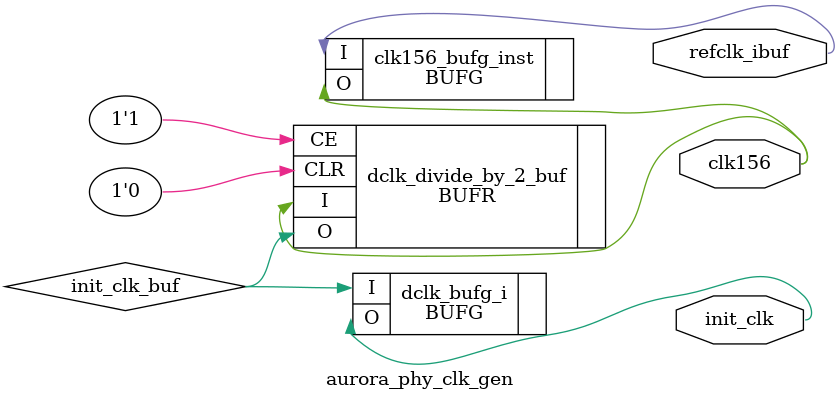
<source format=v>

module aurora_phy_clk_gen 
(
   output refclk_ibuf,
   output clk156,
   output init_clk
);

   wire init_clk_buf;

   BUFG clk156_bufg_inst (
      .I (refclk_ibuf),
      .O (clk156) 
   );

   // Divding independent clock by 2 as source for DRP clock
   BUFR # (
      .BUFR_DIVIDE ("2")
   ) dclk_divide_by_2_buf (
      .I   (clk156),
      .O   (init_clk_buf),
      .CE  (1'b1),
      .CLR (1'b0)
   );

   BUFG dclk_bufg_i (
      .I (init_clk_buf),
      .O (init_clk)
   );

endmodule




</source>
